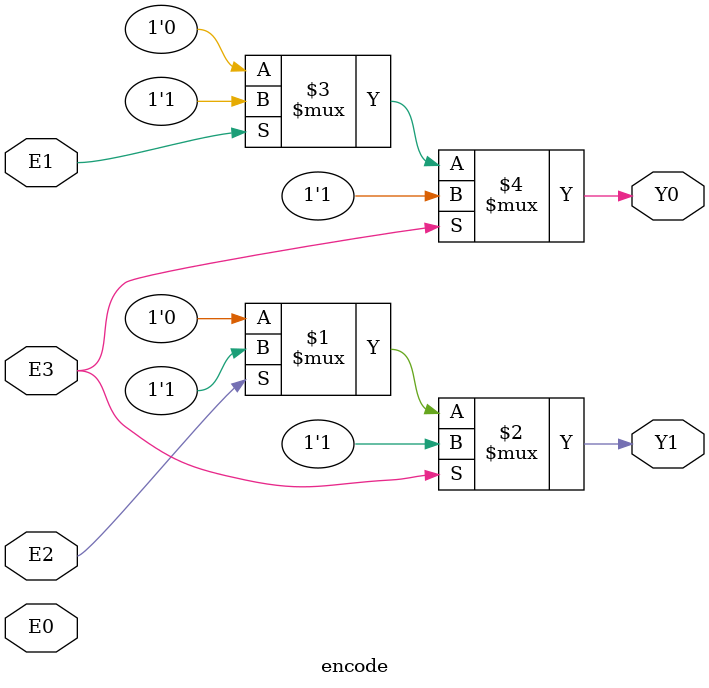
<source format=v>
module encode(E0,E1,E2,E3,Y0,Y1);
input E0,E1,E2,E3;
output Y0,Y1;
assign Y1=(E3)?1'b1:(E2)?1'b1:1'b0;
assign Y0=(E3)?1'b1:(E1)?1'b1:1'b0;
endmodule

</source>
